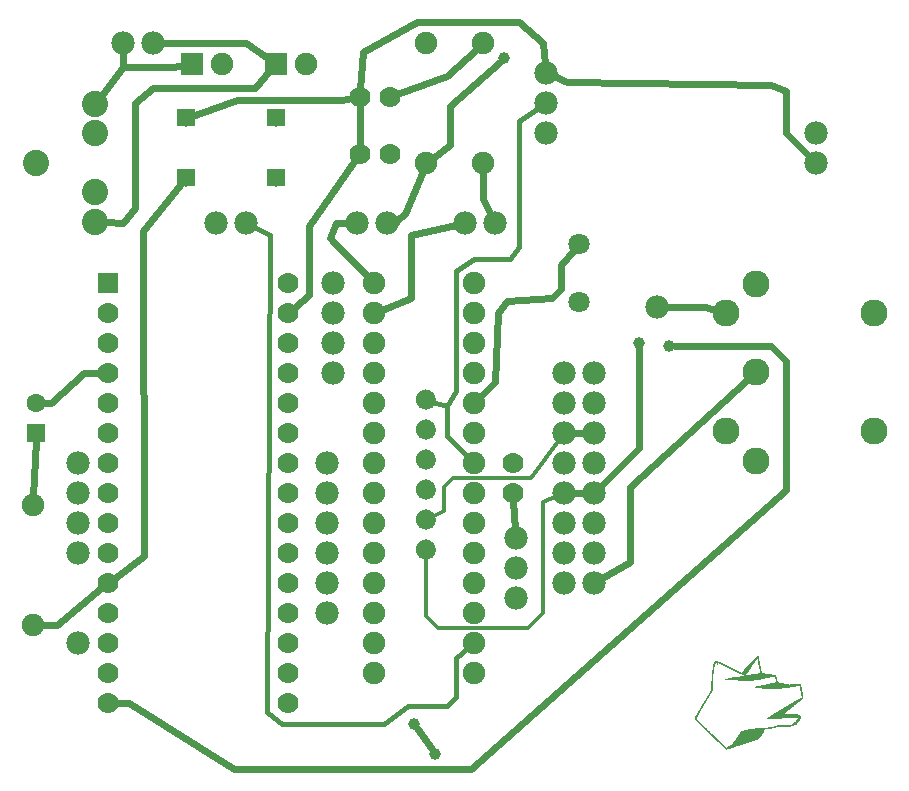
<source format=gbl>
G04 MADE WITH FRITZING*
G04 WWW.FRITZING.ORG*
G04 DOUBLE SIDED*
G04 HOLES PLATED*
G04 CONTOUR ON CENTER OF CONTOUR VECTOR*
%ASAXBY*%
%FSLAX23Y23*%
%MOIN*%
%OFA0B0*%
%SFA1.0B1.0*%
%ADD10C,0.065972*%
%ADD11C,0.075000*%
%ADD12C,0.039370*%
%ADD13C,0.078000*%
%ADD14C,0.070000*%
%ADD15C,0.062992*%
%ADD16C,0.090000*%
%ADD17C,0.059370*%
%ADD18C,0.087695*%
%ADD19C,0.087722*%
%ADD20C,0.070925*%
%ADD21C,0.070866*%
%ADD22R,0.062992X0.062992*%
%ADD23R,0.075000X0.075000*%
%ADD24R,0.069972X0.070000*%
%ADD25C,0.016000*%
%ADD26C,0.012000*%
%ADD27C,0.024000*%
%ADD28R,0.001000X0.001000*%
%LNCOPPER0*%
G90*
G70*
G54D10*
X1484Y792D03*
X1484Y892D03*
X1484Y992D03*
X1484Y1092D03*
X1484Y1192D03*
X1484Y1292D03*
X1484Y792D03*
X1484Y892D03*
X1484Y992D03*
X1484Y1092D03*
X1484Y1192D03*
X1484Y1292D03*
G54D11*
X1644Y382D03*
X1644Y482D03*
X1644Y582D03*
X1644Y682D03*
X1644Y782D03*
X1644Y882D03*
X1644Y982D03*
X1644Y1082D03*
X1644Y1182D03*
X1644Y1282D03*
X1644Y1382D03*
X1644Y1482D03*
X1644Y1582D03*
X1312Y1682D03*
X1312Y1582D03*
X1312Y1482D03*
X1312Y1382D03*
X1312Y1282D03*
X1312Y1182D03*
X1312Y1082D03*
X1312Y982D03*
X1312Y882D03*
X1312Y782D03*
X1312Y682D03*
X1312Y582D03*
X1312Y482D03*
X1312Y382D03*
X1644Y1682D03*
G54D12*
X2194Y1482D03*
X1514Y112D03*
X1444Y212D03*
X1744Y2432D03*
X2294Y1472D03*
G54D13*
X1714Y1882D03*
X1614Y1882D03*
X1354Y1882D03*
X1254Y1882D03*
X884Y1882D03*
X784Y1882D03*
X1154Y1082D03*
X1154Y982D03*
X1154Y882D03*
X1154Y782D03*
X1154Y682D03*
X1154Y582D03*
X324Y1082D03*
X324Y982D03*
X324Y882D03*
X324Y782D03*
X1174Y1682D03*
X1174Y1582D03*
X1174Y1482D03*
X1174Y1382D03*
G54D14*
X1774Y1082D03*
X1774Y982D03*
G54D15*
X184Y1182D03*
X184Y1280D03*
G54D11*
X174Y942D03*
X174Y542D03*
G54D13*
X1884Y2382D03*
X1884Y2282D03*
X1884Y2182D03*
X2254Y1602D03*
X1784Y632D03*
X1784Y732D03*
X1784Y832D03*
X324Y482D03*
X475Y2482D03*
X575Y2482D03*
X2784Y2082D03*
X2784Y2182D03*
X1944Y1382D03*
X1944Y1282D03*
X1944Y1182D03*
X1944Y1082D03*
X1944Y982D03*
X1944Y882D03*
X1944Y782D03*
X1944Y682D03*
X2044Y682D03*
X2044Y782D03*
X2044Y882D03*
X2044Y982D03*
X2044Y1082D03*
X2044Y1182D03*
X2044Y1282D03*
X2044Y1382D03*
G54D16*
X2584Y1385D03*
X2584Y1679D03*
X2584Y1088D03*
X2485Y1188D03*
X2484Y1582D03*
X2977Y1188D03*
X2977Y1582D03*
G54D14*
X1264Y2112D03*
X1364Y2112D03*
X1264Y2302D03*
X1364Y2302D03*
G54D17*
X684Y2232D03*
X984Y2232D03*
X684Y2032D03*
X984Y2032D03*
G54D18*
X184Y2082D03*
G54D19*
X381Y2279D03*
X381Y2180D03*
G54D18*
X381Y1984D03*
G54D19*
X381Y1885D03*
G54D11*
X1484Y2482D03*
X1484Y2082D03*
X1674Y2482D03*
X1674Y2082D03*
X984Y2412D03*
X1084Y2412D03*
X704Y2412D03*
X804Y2412D03*
G54D14*
X424Y1682D03*
X424Y1582D03*
X424Y1482D03*
X424Y1382D03*
X424Y1282D03*
X424Y1182D03*
X424Y1082D03*
X424Y982D03*
X424Y882D03*
X424Y782D03*
X424Y682D03*
X424Y582D03*
X424Y482D03*
X424Y382D03*
X424Y282D03*
X1024Y1682D03*
X1024Y1582D03*
X1024Y1482D03*
X1024Y1382D03*
X1024Y1282D03*
X1024Y1182D03*
X1024Y1082D03*
X1024Y982D03*
X1024Y882D03*
X1024Y782D03*
X1024Y682D03*
X1024Y582D03*
X1024Y482D03*
X1024Y382D03*
X1024Y282D03*
G54D20*
X1994Y1812D03*
G54D21*
X1994Y1619D03*
G54D22*
X184Y1182D03*
G54D23*
X984Y2412D03*
X704Y2412D03*
G54D24*
X424Y1682D03*
G54D25*
X955Y251D02*
X964Y1842D01*
D02*
X1005Y212D02*
X955Y251D01*
D02*
X964Y1842D02*
X906Y1871D01*
D02*
X1345Y212D02*
X1005Y212D01*
D02*
X1424Y272D02*
X1345Y212D01*
D02*
X1554Y272D02*
X1424Y272D01*
D02*
X1584Y302D02*
X1554Y272D01*
D02*
X1584Y432D02*
X1584Y302D01*
D02*
X1627Y468D02*
X1584Y432D01*
D02*
X1554Y1272D02*
X1505Y1286D01*
G54D26*
D02*
X1524Y532D02*
X1484Y573D01*
D02*
X1874Y582D02*
X1824Y532D01*
D02*
X1824Y532D02*
X1524Y532D01*
D02*
X1875Y951D02*
X1874Y582D01*
D02*
X1484Y573D02*
X1484Y771D01*
D02*
X1922Y972D02*
X1875Y951D01*
G54D27*
D02*
X1975Y982D02*
X2014Y982D01*
G54D26*
D02*
X1835Y1033D02*
X1575Y1031D01*
D02*
X1545Y1002D02*
X1544Y922D01*
D02*
X1544Y922D02*
X1503Y902D01*
D02*
X1575Y1031D02*
X1545Y1002D01*
D02*
X1930Y1162D02*
X1835Y1033D01*
G54D27*
D02*
X1975Y1182D02*
X2014Y1182D01*
D02*
X884Y2482D02*
X605Y2482D01*
D02*
X961Y2428D02*
X884Y2482D01*
D02*
X475Y2402D02*
X475Y2452D01*
D02*
X404Y2309D02*
X475Y2402D01*
G54D25*
D02*
X1555Y1173D02*
X1629Y1098D01*
D02*
X1554Y1272D02*
X1555Y1173D01*
D02*
X1584Y1322D02*
X1554Y1272D01*
D02*
X1585Y1721D02*
X1584Y1322D01*
D02*
X1765Y1762D02*
X1645Y1762D01*
D02*
X1645Y1762D02*
X1585Y1721D01*
D02*
X1794Y1802D02*
X1765Y1762D01*
D02*
X1794Y2142D02*
X1794Y1802D01*
D02*
X1795Y2223D02*
X1794Y2142D01*
D02*
X1864Y2268D02*
X1795Y2223D01*
G54D27*
D02*
X644Y2402D02*
X676Y2407D01*
D02*
X475Y2402D02*
X644Y2402D01*
D02*
X1338Y1593D02*
X1436Y1633D01*
D02*
X1434Y1841D02*
X1585Y1875D01*
D02*
X1436Y1633D02*
X1434Y1841D01*
D02*
X1674Y1962D02*
X1674Y2053D01*
D02*
X1701Y1909D02*
X1674Y1962D01*
D02*
X1715Y1352D02*
X1664Y1302D01*
D02*
X1724Y1582D02*
X1715Y1352D01*
D02*
X1934Y1661D02*
X1905Y1631D01*
D02*
X1905Y1631D02*
X1754Y1622D01*
D02*
X1935Y1742D02*
X1934Y1661D01*
D02*
X1754Y1622D02*
X1724Y1582D01*
D02*
X1977Y1792D02*
X1935Y1742D01*
D02*
X2194Y1463D02*
X2194Y1133D01*
D02*
X2194Y1133D02*
X2066Y1003D01*
D02*
X1264Y2276D02*
X1264Y2138D01*
D02*
X1047Y1601D02*
X1094Y1642D01*
D02*
X1164Y1973D02*
X1249Y2091D01*
D02*
X1095Y1872D02*
X1164Y1973D01*
D02*
X1094Y1642D02*
X1095Y1872D01*
D02*
X713Y2242D02*
X854Y2292D01*
D02*
X1205Y2292D02*
X1238Y2298D01*
D02*
X854Y2292D02*
X1205Y2292D01*
D02*
X1875Y2482D02*
X1795Y2552D01*
D02*
X1882Y2412D02*
X1875Y2482D01*
D02*
X1795Y2552D02*
X1596Y2552D01*
X1596Y2552D02*
X1454Y2552D01*
D02*
X1454Y2552D02*
X1275Y2453D01*
D02*
X1275Y2453D02*
X1266Y2328D01*
D02*
X1955Y2352D02*
X1912Y2370D01*
D02*
X2634Y2341D02*
X1955Y2352D01*
D02*
X2685Y2182D02*
X2685Y2323D01*
D02*
X2685Y2323D02*
X2634Y2341D01*
D02*
X2763Y2103D02*
X2685Y2182D01*
D02*
X2070Y697D02*
X2164Y753D01*
D02*
X2164Y753D02*
X2164Y1003D01*
D02*
X2164Y1003D02*
X2555Y1359D01*
D02*
X254Y542D02*
X402Y664D01*
D02*
X203Y542D02*
X254Y542D01*
D02*
X665Y2008D02*
X540Y1856D01*
X540Y1856D02*
X544Y772D01*
D02*
X544Y772D02*
X448Y699D01*
D02*
X1504Y128D02*
X1455Y197D01*
D02*
X1164Y1832D02*
X1292Y1702D01*
D02*
X1184Y1881D02*
X1164Y1832D01*
D02*
X1224Y1882D02*
X1184Y1881D01*
D02*
X1375Y1883D02*
X1385Y1883D01*
D02*
X1414Y1912D02*
X1375Y1883D01*
D02*
X1474Y2056D02*
X1414Y1912D01*
D02*
X1564Y2143D02*
X1507Y2099D01*
D02*
X1565Y2272D02*
X1564Y2143D01*
D02*
X1730Y2419D02*
X1565Y2272D01*
D02*
X494Y282D02*
X845Y63D01*
D02*
X454Y282D02*
X494Y282D01*
D02*
X845Y63D02*
X1634Y63D01*
D02*
X1634Y63D02*
X2685Y991D01*
D02*
X2685Y1421D02*
X2634Y1472D01*
D02*
X2685Y991D02*
X2685Y1421D01*
D02*
X2634Y1472D02*
X2313Y1472D01*
D02*
X1776Y956D02*
X1782Y862D01*
D02*
X2415Y1602D02*
X2285Y1602D01*
D02*
X2447Y1593D02*
X2415Y1602D01*
D02*
X235Y1282D02*
X345Y1382D01*
D02*
X345Y1382D02*
X395Y1382D01*
D02*
X211Y1281D02*
X235Y1282D01*
D02*
X176Y971D02*
X183Y1155D01*
D02*
X475Y1882D02*
X419Y1884D01*
D02*
X514Y1932D02*
X475Y1882D01*
D02*
X515Y2283D02*
X514Y1932D01*
D02*
X574Y2332D02*
X515Y2283D01*
D02*
X914Y2332D02*
X574Y2332D01*
D02*
X965Y2391D02*
X914Y2332D01*
D02*
X1389Y2311D02*
X1555Y2372D01*
D02*
X1555Y2372D02*
X1653Y2463D01*
G54D28*
X655Y2262D02*
X713Y2262D01*
X955Y2262D02*
X1013Y2262D01*
X655Y2261D02*
X713Y2261D01*
X955Y2261D02*
X1013Y2261D01*
X655Y2260D02*
X713Y2260D01*
X955Y2260D02*
X1013Y2260D01*
X655Y2259D02*
X713Y2259D01*
X955Y2259D02*
X1013Y2259D01*
X655Y2258D02*
X713Y2258D01*
X955Y2258D02*
X1013Y2258D01*
X655Y2257D02*
X713Y2257D01*
X955Y2257D02*
X1013Y2257D01*
X655Y2256D02*
X713Y2256D01*
X955Y2256D02*
X1013Y2256D01*
X655Y2255D02*
X713Y2255D01*
X955Y2255D02*
X1013Y2255D01*
X655Y2254D02*
X713Y2254D01*
X955Y2254D02*
X1013Y2254D01*
X655Y2253D02*
X713Y2253D01*
X955Y2253D02*
X1013Y2253D01*
X655Y2252D02*
X679Y2252D01*
X689Y2252D02*
X713Y2252D01*
X955Y2252D02*
X979Y2252D01*
X989Y2252D02*
X1013Y2252D01*
X655Y2251D02*
X676Y2251D01*
X692Y2251D02*
X713Y2251D01*
X955Y2251D02*
X976Y2251D01*
X992Y2251D02*
X1013Y2251D01*
X655Y2250D02*
X674Y2250D01*
X694Y2250D02*
X713Y2250D01*
X955Y2250D02*
X974Y2250D01*
X994Y2250D02*
X1013Y2250D01*
X655Y2249D02*
X672Y2249D01*
X695Y2249D02*
X713Y2249D01*
X955Y2249D02*
X972Y2249D01*
X995Y2249D02*
X1013Y2249D01*
X655Y2248D02*
X671Y2248D01*
X697Y2248D02*
X713Y2248D01*
X955Y2248D02*
X971Y2248D01*
X997Y2248D02*
X1013Y2248D01*
X655Y2247D02*
X670Y2247D01*
X698Y2247D02*
X713Y2247D01*
X955Y2247D02*
X970Y2247D01*
X998Y2247D02*
X1013Y2247D01*
X655Y2246D02*
X669Y2246D01*
X699Y2246D02*
X713Y2246D01*
X955Y2246D02*
X969Y2246D01*
X999Y2246D02*
X1013Y2246D01*
X655Y2245D02*
X668Y2245D01*
X700Y2245D02*
X713Y2245D01*
X955Y2245D02*
X968Y2245D01*
X1000Y2245D02*
X1013Y2245D01*
X655Y2244D02*
X667Y2244D01*
X700Y2244D02*
X713Y2244D01*
X955Y2244D02*
X967Y2244D01*
X1000Y2244D02*
X1013Y2244D01*
X655Y2243D02*
X667Y2243D01*
X701Y2243D02*
X713Y2243D01*
X955Y2243D02*
X966Y2243D01*
X1001Y2243D02*
X1013Y2243D01*
X655Y2242D02*
X666Y2242D01*
X702Y2242D02*
X713Y2242D01*
X955Y2242D02*
X966Y2242D01*
X1002Y2242D02*
X1013Y2242D01*
X655Y2241D02*
X665Y2241D01*
X702Y2241D02*
X713Y2241D01*
X955Y2241D02*
X965Y2241D01*
X1002Y2241D02*
X1013Y2241D01*
X655Y2240D02*
X665Y2240D01*
X703Y2240D02*
X713Y2240D01*
X955Y2240D02*
X965Y2240D01*
X1003Y2240D02*
X1013Y2240D01*
X655Y2239D02*
X665Y2239D01*
X703Y2239D02*
X713Y2239D01*
X955Y2239D02*
X965Y2239D01*
X1003Y2239D02*
X1013Y2239D01*
X655Y2238D02*
X664Y2238D01*
X703Y2238D02*
X713Y2238D01*
X955Y2238D02*
X964Y2238D01*
X1003Y2238D02*
X1013Y2238D01*
X655Y2237D02*
X664Y2237D01*
X703Y2237D02*
X713Y2237D01*
X955Y2237D02*
X964Y2237D01*
X1003Y2237D02*
X1013Y2237D01*
X655Y2236D02*
X664Y2236D01*
X704Y2236D02*
X713Y2236D01*
X955Y2236D02*
X964Y2236D01*
X1004Y2236D02*
X1013Y2236D01*
X655Y2235D02*
X664Y2235D01*
X704Y2235D02*
X713Y2235D01*
X955Y2235D02*
X964Y2235D01*
X1004Y2235D02*
X1013Y2235D01*
X655Y2234D02*
X664Y2234D01*
X704Y2234D02*
X713Y2234D01*
X955Y2234D02*
X964Y2234D01*
X1004Y2234D02*
X1013Y2234D01*
X655Y2233D02*
X664Y2233D01*
X704Y2233D02*
X713Y2233D01*
X955Y2233D02*
X964Y2233D01*
X1004Y2233D02*
X1013Y2233D01*
X655Y2232D02*
X664Y2232D01*
X704Y2232D02*
X713Y2232D01*
X955Y2232D02*
X964Y2232D01*
X1004Y2232D02*
X1013Y2232D01*
X655Y2231D02*
X664Y2231D01*
X704Y2231D02*
X713Y2231D01*
X955Y2231D02*
X964Y2231D01*
X1004Y2231D02*
X1013Y2231D01*
X655Y2230D02*
X664Y2230D01*
X704Y2230D02*
X713Y2230D01*
X955Y2230D02*
X964Y2230D01*
X1004Y2230D02*
X1013Y2230D01*
X655Y2229D02*
X664Y2229D01*
X704Y2229D02*
X713Y2229D01*
X955Y2229D02*
X964Y2229D01*
X1003Y2229D02*
X1013Y2229D01*
X655Y2228D02*
X664Y2228D01*
X703Y2228D02*
X713Y2228D01*
X955Y2228D02*
X964Y2228D01*
X1003Y2228D02*
X1013Y2228D01*
X655Y2227D02*
X665Y2227D01*
X703Y2227D02*
X713Y2227D01*
X955Y2227D02*
X965Y2227D01*
X1003Y2227D02*
X1013Y2227D01*
X655Y2226D02*
X665Y2226D01*
X703Y2226D02*
X713Y2226D01*
X955Y2226D02*
X965Y2226D01*
X1003Y2226D02*
X1013Y2226D01*
X655Y2225D02*
X665Y2225D01*
X702Y2225D02*
X713Y2225D01*
X955Y2225D02*
X965Y2225D01*
X1002Y2225D02*
X1013Y2225D01*
X655Y2224D02*
X666Y2224D01*
X702Y2224D02*
X713Y2224D01*
X955Y2224D02*
X966Y2224D01*
X1002Y2224D02*
X1013Y2224D01*
X655Y2223D02*
X666Y2223D01*
X701Y2223D02*
X713Y2223D01*
X955Y2223D02*
X966Y2223D01*
X1001Y2223D02*
X1013Y2223D01*
X655Y2222D02*
X667Y2222D01*
X701Y2222D02*
X713Y2222D01*
X955Y2222D02*
X967Y2222D01*
X1001Y2222D02*
X1013Y2222D01*
X655Y2221D02*
X668Y2221D01*
X700Y2221D02*
X713Y2221D01*
X955Y2221D02*
X968Y2221D01*
X1000Y2221D02*
X1013Y2221D01*
X655Y2220D02*
X668Y2220D01*
X699Y2220D02*
X713Y2220D01*
X955Y2220D02*
X968Y2220D01*
X999Y2220D02*
X1013Y2220D01*
X655Y2219D02*
X669Y2219D01*
X698Y2219D02*
X713Y2219D01*
X955Y2219D02*
X969Y2219D01*
X998Y2219D02*
X1013Y2219D01*
X655Y2218D02*
X670Y2218D01*
X697Y2218D02*
X713Y2218D01*
X955Y2218D02*
X970Y2218D01*
X997Y2218D02*
X1013Y2218D01*
X655Y2217D02*
X672Y2217D01*
X696Y2217D02*
X713Y2217D01*
X955Y2217D02*
X972Y2217D01*
X996Y2217D02*
X1013Y2217D01*
X655Y2216D02*
X673Y2216D01*
X694Y2216D02*
X713Y2216D01*
X955Y2216D02*
X973Y2216D01*
X994Y2216D02*
X1013Y2216D01*
X655Y2215D02*
X675Y2215D01*
X693Y2215D02*
X713Y2215D01*
X955Y2215D02*
X975Y2215D01*
X992Y2215D02*
X1013Y2215D01*
X655Y2214D02*
X678Y2214D01*
X690Y2214D02*
X713Y2214D01*
X955Y2214D02*
X978Y2214D01*
X990Y2214D02*
X1013Y2214D01*
X655Y2213D02*
X713Y2213D01*
X955Y2213D02*
X1013Y2213D01*
X655Y2212D02*
X713Y2212D01*
X955Y2212D02*
X1013Y2212D01*
X655Y2211D02*
X713Y2211D01*
X955Y2211D02*
X1013Y2211D01*
X655Y2210D02*
X713Y2210D01*
X955Y2210D02*
X1013Y2210D01*
X655Y2209D02*
X713Y2209D01*
X955Y2209D02*
X1013Y2209D01*
X655Y2208D02*
X713Y2208D01*
X955Y2208D02*
X1013Y2208D01*
X655Y2207D02*
X713Y2207D01*
X955Y2207D02*
X1013Y2207D01*
X655Y2206D02*
X713Y2206D01*
X955Y2206D02*
X1013Y2206D01*
X655Y2205D02*
X713Y2205D01*
X955Y2205D02*
X1013Y2205D01*
X655Y2204D02*
X713Y2204D01*
X955Y2204D02*
X1013Y2204D01*
X655Y2062D02*
X713Y2062D01*
X955Y2062D02*
X1013Y2062D01*
X655Y2061D02*
X713Y2061D01*
X955Y2061D02*
X1013Y2061D01*
X655Y2060D02*
X713Y2060D01*
X955Y2060D02*
X1013Y2060D01*
X655Y2059D02*
X713Y2059D01*
X955Y2059D02*
X1013Y2059D01*
X655Y2058D02*
X713Y2058D01*
X955Y2058D02*
X1013Y2058D01*
X655Y2057D02*
X713Y2057D01*
X955Y2057D02*
X1013Y2057D01*
X655Y2056D02*
X713Y2056D01*
X955Y2056D02*
X1013Y2056D01*
X655Y2055D02*
X713Y2055D01*
X955Y2055D02*
X1013Y2055D01*
X655Y2054D02*
X713Y2054D01*
X955Y2054D02*
X1013Y2054D01*
X655Y2053D02*
X713Y2053D01*
X955Y2053D02*
X1013Y2053D01*
X655Y2052D02*
X679Y2052D01*
X689Y2052D02*
X713Y2052D01*
X955Y2052D02*
X979Y2052D01*
X989Y2052D02*
X1013Y2052D01*
X655Y2051D02*
X676Y2051D01*
X692Y2051D02*
X713Y2051D01*
X955Y2051D02*
X976Y2051D01*
X992Y2051D02*
X1013Y2051D01*
X655Y2050D02*
X674Y2050D01*
X694Y2050D02*
X713Y2050D01*
X955Y2050D02*
X974Y2050D01*
X994Y2050D02*
X1013Y2050D01*
X655Y2049D02*
X672Y2049D01*
X696Y2049D02*
X713Y2049D01*
X955Y2049D02*
X972Y2049D01*
X995Y2049D02*
X1013Y2049D01*
X655Y2048D02*
X671Y2048D01*
X697Y2048D02*
X713Y2048D01*
X955Y2048D02*
X971Y2048D01*
X997Y2048D02*
X1013Y2048D01*
X655Y2047D02*
X670Y2047D01*
X698Y2047D02*
X713Y2047D01*
X955Y2047D02*
X970Y2047D01*
X998Y2047D02*
X1013Y2047D01*
X655Y2046D02*
X669Y2046D01*
X699Y2046D02*
X713Y2046D01*
X955Y2046D02*
X969Y2046D01*
X999Y2046D02*
X1013Y2046D01*
X655Y2045D02*
X668Y2045D01*
X700Y2045D02*
X713Y2045D01*
X955Y2045D02*
X968Y2045D01*
X1000Y2045D02*
X1013Y2045D01*
X655Y2044D02*
X667Y2044D01*
X700Y2044D02*
X713Y2044D01*
X955Y2044D02*
X967Y2044D01*
X1000Y2044D02*
X1013Y2044D01*
X655Y2043D02*
X666Y2043D01*
X701Y2043D02*
X713Y2043D01*
X955Y2043D02*
X966Y2043D01*
X1001Y2043D02*
X1013Y2043D01*
X655Y2042D02*
X666Y2042D01*
X702Y2042D02*
X713Y2042D01*
X955Y2042D02*
X966Y2042D01*
X1002Y2042D02*
X1013Y2042D01*
X655Y2041D02*
X665Y2041D01*
X702Y2041D02*
X713Y2041D01*
X955Y2041D02*
X965Y2041D01*
X1002Y2041D02*
X1013Y2041D01*
X655Y2040D02*
X665Y2040D01*
X703Y2040D02*
X713Y2040D01*
X955Y2040D02*
X965Y2040D01*
X1003Y2040D02*
X1013Y2040D01*
X655Y2039D02*
X665Y2039D01*
X703Y2039D02*
X713Y2039D01*
X955Y2039D02*
X965Y2039D01*
X1003Y2039D02*
X1013Y2039D01*
X655Y2038D02*
X664Y2038D01*
X703Y2038D02*
X713Y2038D01*
X955Y2038D02*
X964Y2038D01*
X1003Y2038D02*
X1013Y2038D01*
X655Y2037D02*
X664Y2037D01*
X703Y2037D02*
X713Y2037D01*
X955Y2037D02*
X964Y2037D01*
X1003Y2037D02*
X1013Y2037D01*
X655Y2036D02*
X664Y2036D01*
X704Y2036D02*
X713Y2036D01*
X955Y2036D02*
X964Y2036D01*
X1004Y2036D02*
X1013Y2036D01*
X655Y2035D02*
X664Y2035D01*
X704Y2035D02*
X713Y2035D01*
X955Y2035D02*
X964Y2035D01*
X1004Y2035D02*
X1013Y2035D01*
X655Y2034D02*
X664Y2034D01*
X704Y2034D02*
X713Y2034D01*
X955Y2034D02*
X964Y2034D01*
X1004Y2034D02*
X1013Y2034D01*
X655Y2033D02*
X664Y2033D01*
X704Y2033D02*
X713Y2033D01*
X955Y2033D02*
X964Y2033D01*
X1004Y2033D02*
X1013Y2033D01*
X655Y2032D02*
X664Y2032D01*
X704Y2032D02*
X713Y2032D01*
X955Y2032D02*
X964Y2032D01*
X1004Y2032D02*
X1013Y2032D01*
X655Y2031D02*
X664Y2031D01*
X704Y2031D02*
X713Y2031D01*
X955Y2031D02*
X964Y2031D01*
X1004Y2031D02*
X1013Y2031D01*
X655Y2030D02*
X664Y2030D01*
X704Y2030D02*
X713Y2030D01*
X955Y2030D02*
X964Y2030D01*
X1004Y2030D02*
X1013Y2030D01*
X655Y2029D02*
X664Y2029D01*
X704Y2029D02*
X713Y2029D01*
X955Y2029D02*
X964Y2029D01*
X1003Y2029D02*
X1013Y2029D01*
X655Y2028D02*
X664Y2028D01*
X703Y2028D02*
X713Y2028D01*
X955Y2028D02*
X964Y2028D01*
X1003Y2028D02*
X1013Y2028D01*
X655Y2027D02*
X665Y2027D01*
X703Y2027D02*
X713Y2027D01*
X955Y2027D02*
X965Y2027D01*
X1003Y2027D02*
X1013Y2027D01*
X655Y2026D02*
X665Y2026D01*
X703Y2026D02*
X713Y2026D01*
X955Y2026D02*
X965Y2026D01*
X1003Y2026D02*
X1013Y2026D01*
X655Y2025D02*
X665Y2025D01*
X702Y2025D02*
X713Y2025D01*
X955Y2025D02*
X965Y2025D01*
X1002Y2025D02*
X1013Y2025D01*
X655Y2024D02*
X666Y2024D01*
X702Y2024D02*
X713Y2024D01*
X955Y2024D02*
X966Y2024D01*
X1002Y2024D02*
X1013Y2024D01*
X655Y2023D02*
X666Y2023D01*
X701Y2023D02*
X713Y2023D01*
X955Y2023D02*
X966Y2023D01*
X1001Y2023D02*
X1013Y2023D01*
X655Y2022D02*
X667Y2022D01*
X701Y2022D02*
X713Y2022D01*
X955Y2022D02*
X967Y2022D01*
X1001Y2022D02*
X1013Y2022D01*
X655Y2021D02*
X668Y2021D01*
X700Y2021D02*
X713Y2021D01*
X955Y2021D02*
X968Y2021D01*
X1000Y2021D02*
X1013Y2021D01*
X655Y2020D02*
X669Y2020D01*
X699Y2020D02*
X713Y2020D01*
X955Y2020D02*
X968Y2020D01*
X999Y2020D02*
X1013Y2020D01*
X655Y2019D02*
X669Y2019D01*
X698Y2019D02*
X713Y2019D01*
X955Y2019D02*
X969Y2019D01*
X998Y2019D02*
X1013Y2019D01*
X655Y2018D02*
X671Y2018D01*
X697Y2018D02*
X713Y2018D01*
X955Y2018D02*
X970Y2018D01*
X997Y2018D02*
X1013Y2018D01*
X655Y2017D02*
X672Y2017D01*
X696Y2017D02*
X713Y2017D01*
X955Y2017D02*
X972Y2017D01*
X996Y2017D02*
X1013Y2017D01*
X655Y2016D02*
X673Y2016D01*
X694Y2016D02*
X713Y2016D01*
X955Y2016D02*
X973Y2016D01*
X994Y2016D02*
X1013Y2016D01*
X655Y2015D02*
X675Y2015D01*
X692Y2015D02*
X713Y2015D01*
X955Y2015D02*
X975Y2015D01*
X992Y2015D02*
X1013Y2015D01*
X655Y2014D02*
X678Y2014D01*
X689Y2014D02*
X713Y2014D01*
X955Y2014D02*
X978Y2014D01*
X989Y2014D02*
X1013Y2014D01*
X655Y2013D02*
X713Y2013D01*
X955Y2013D02*
X1013Y2013D01*
X655Y2012D02*
X713Y2012D01*
X955Y2012D02*
X1013Y2012D01*
X655Y2011D02*
X713Y2011D01*
X955Y2011D02*
X1013Y2011D01*
X655Y2010D02*
X713Y2010D01*
X955Y2010D02*
X1013Y2010D01*
X655Y2009D02*
X713Y2009D01*
X955Y2009D02*
X1013Y2009D01*
X655Y2008D02*
X713Y2008D01*
X955Y2008D02*
X1013Y2008D01*
X655Y2007D02*
X713Y2007D01*
X955Y2007D02*
X1013Y2007D01*
X655Y2006D02*
X713Y2006D01*
X955Y2006D02*
X1013Y2006D01*
X655Y2005D02*
X713Y2005D01*
X955Y2005D02*
X1013Y2005D01*
X655Y2004D02*
X713Y2004D01*
X955Y2004D02*
X1013Y2004D01*
X1482Y1326D02*
X1485Y1326D01*
X1476Y1325D02*
X1491Y1325D01*
X1473Y1324D02*
X1494Y1324D01*
X1471Y1323D02*
X1497Y1323D01*
X1468Y1322D02*
X1499Y1322D01*
X1467Y1321D02*
X1500Y1321D01*
X1465Y1320D02*
X1502Y1320D01*
X1464Y1319D02*
X1503Y1319D01*
X1463Y1318D02*
X1505Y1318D01*
X1461Y1317D02*
X1506Y1317D01*
X1460Y1316D02*
X1507Y1316D01*
X1459Y1315D02*
X1508Y1315D01*
X1459Y1314D02*
X1509Y1314D01*
X1458Y1313D02*
X1509Y1313D01*
X1457Y1312D02*
X1510Y1312D01*
X1457Y1311D02*
X1511Y1311D01*
X1456Y1310D02*
X1511Y1310D01*
X1455Y1309D02*
X1512Y1309D01*
X1455Y1308D02*
X1478Y1308D01*
X1489Y1308D02*
X1512Y1308D01*
X1454Y1307D02*
X1476Y1307D01*
X1491Y1307D02*
X1513Y1307D01*
X1454Y1306D02*
X1474Y1306D01*
X1493Y1306D02*
X1513Y1306D01*
X1454Y1305D02*
X1473Y1305D01*
X1494Y1305D02*
X1514Y1305D01*
X1453Y1304D02*
X1472Y1304D01*
X1495Y1304D02*
X1514Y1304D01*
X1453Y1303D02*
X1471Y1303D01*
X1496Y1303D02*
X1514Y1303D01*
X1453Y1302D02*
X1470Y1302D01*
X1497Y1302D02*
X1515Y1302D01*
X1452Y1301D02*
X1470Y1301D01*
X1498Y1301D02*
X1515Y1301D01*
X1452Y1300D02*
X1469Y1300D01*
X1498Y1300D02*
X1515Y1300D01*
X1452Y1299D02*
X1468Y1299D01*
X1499Y1299D02*
X1515Y1299D01*
X1452Y1298D02*
X1468Y1298D01*
X1499Y1298D02*
X1516Y1298D01*
X1451Y1297D02*
X1468Y1297D01*
X1499Y1297D02*
X1516Y1297D01*
X1451Y1296D02*
X1468Y1296D01*
X1500Y1296D02*
X1516Y1296D01*
X1451Y1295D02*
X1468Y1295D01*
X1500Y1295D02*
X1516Y1295D01*
X1451Y1294D02*
X1468Y1294D01*
X1500Y1294D02*
X1516Y1294D01*
X1451Y1293D02*
X1468Y1293D01*
X1500Y1293D02*
X1516Y1293D01*
X1451Y1292D02*
X1468Y1292D01*
X1500Y1292D02*
X1516Y1292D01*
X1451Y1291D02*
X1468Y1291D01*
X1500Y1291D02*
X1516Y1291D01*
X1451Y1290D02*
X1468Y1290D01*
X1499Y1290D02*
X1516Y1290D01*
X1451Y1289D02*
X1468Y1289D01*
X1499Y1289D02*
X1516Y1289D01*
X1452Y1288D02*
X1468Y1288D01*
X1499Y1288D02*
X1516Y1288D01*
X1452Y1287D02*
X1469Y1287D01*
X1499Y1287D02*
X1515Y1287D01*
X1452Y1286D02*
X1469Y1286D01*
X1498Y1286D02*
X1515Y1286D01*
X1452Y1285D02*
X1470Y1285D01*
X1498Y1285D02*
X1515Y1285D01*
X1453Y1284D02*
X1470Y1284D01*
X1497Y1284D02*
X1515Y1284D01*
X1453Y1283D02*
X1471Y1283D01*
X1496Y1283D02*
X1514Y1283D01*
X1453Y1282D02*
X1472Y1282D01*
X1495Y1282D02*
X1514Y1282D01*
X1454Y1281D02*
X1473Y1281D01*
X1494Y1281D02*
X1514Y1281D01*
X1454Y1280D02*
X1475Y1280D01*
X1493Y1280D02*
X1513Y1280D01*
X1455Y1279D02*
X1476Y1279D01*
X1491Y1279D02*
X1513Y1279D01*
X1455Y1278D02*
X1479Y1278D01*
X1488Y1278D02*
X1512Y1278D01*
X1456Y1277D02*
X1512Y1277D01*
X1456Y1276D02*
X1511Y1276D01*
X1457Y1275D02*
X1511Y1275D01*
X1457Y1274D02*
X1510Y1274D01*
X1458Y1273D02*
X1509Y1273D01*
X1459Y1272D02*
X1508Y1272D01*
X1460Y1271D02*
X1508Y1271D01*
X1461Y1270D02*
X1507Y1270D01*
X1462Y1269D02*
X1506Y1269D01*
X1463Y1268D02*
X1504Y1268D01*
X1464Y1267D02*
X1503Y1267D01*
X1466Y1266D02*
X1502Y1266D01*
X1467Y1265D02*
X1500Y1265D01*
X1469Y1264D02*
X1498Y1264D01*
X1471Y1263D02*
X1496Y1263D01*
X1474Y1262D02*
X1493Y1262D01*
X1477Y1261D02*
X1490Y1261D01*
X1481Y1226D02*
X1486Y1226D01*
X1476Y1225D02*
X1491Y1225D01*
X1473Y1224D02*
X1494Y1224D01*
X1471Y1223D02*
X1497Y1223D01*
X1468Y1222D02*
X1499Y1222D01*
X1467Y1221D02*
X1501Y1221D01*
X1465Y1220D02*
X1502Y1220D01*
X1464Y1219D02*
X1504Y1219D01*
X1462Y1218D02*
X1505Y1218D01*
X1461Y1217D02*
X1506Y1217D01*
X1460Y1216D02*
X1507Y1216D01*
X1459Y1215D02*
X1508Y1215D01*
X1459Y1214D02*
X1509Y1214D01*
X1458Y1213D02*
X1509Y1213D01*
X1457Y1212D02*
X1510Y1212D01*
X1457Y1211D02*
X1511Y1211D01*
X1456Y1210D02*
X1511Y1210D01*
X1455Y1209D02*
X1512Y1209D01*
X1455Y1208D02*
X1478Y1208D01*
X1489Y1208D02*
X1512Y1208D01*
X1454Y1207D02*
X1476Y1207D01*
X1492Y1207D02*
X1513Y1207D01*
X1454Y1206D02*
X1474Y1206D01*
X1493Y1206D02*
X1513Y1206D01*
X1454Y1205D02*
X1473Y1205D01*
X1494Y1205D02*
X1514Y1205D01*
X1453Y1204D02*
X1472Y1204D01*
X1495Y1204D02*
X1514Y1204D01*
X1453Y1203D02*
X1471Y1203D01*
X1496Y1203D02*
X1514Y1203D01*
X1453Y1202D02*
X1470Y1202D01*
X1497Y1202D02*
X1515Y1202D01*
X1452Y1201D02*
X1470Y1201D01*
X1498Y1201D02*
X1515Y1201D01*
X1452Y1200D02*
X1469Y1200D01*
X1498Y1200D02*
X1515Y1200D01*
X1452Y1199D02*
X1468Y1199D01*
X1499Y1199D02*
X1515Y1199D01*
X1452Y1198D02*
X1468Y1198D01*
X1499Y1198D02*
X1516Y1198D01*
X1451Y1197D02*
X1468Y1197D01*
X1499Y1197D02*
X1516Y1197D01*
X1451Y1196D02*
X1468Y1196D01*
X1500Y1196D02*
X1516Y1196D01*
X1451Y1195D02*
X1468Y1195D01*
X1500Y1195D02*
X1516Y1195D01*
X1451Y1194D02*
X1468Y1194D01*
X1500Y1194D02*
X1516Y1194D01*
X1451Y1193D02*
X1468Y1193D01*
X1500Y1193D02*
X1516Y1193D01*
X1451Y1192D02*
X1468Y1192D01*
X1500Y1192D02*
X1516Y1192D01*
X1451Y1191D02*
X1468Y1191D01*
X1500Y1191D02*
X1516Y1191D01*
X1451Y1190D02*
X1468Y1190D01*
X1500Y1190D02*
X1516Y1190D01*
X1451Y1189D02*
X1468Y1189D01*
X1499Y1189D02*
X1516Y1189D01*
X1452Y1188D02*
X1468Y1188D01*
X1499Y1188D02*
X1516Y1188D01*
X1452Y1187D02*
X1469Y1187D01*
X1499Y1187D02*
X1515Y1187D01*
X1452Y1186D02*
X1469Y1186D01*
X1498Y1186D02*
X1515Y1186D01*
X1452Y1185D02*
X1470Y1185D01*
X1498Y1185D02*
X1515Y1185D01*
X1453Y1184D02*
X1470Y1184D01*
X1497Y1184D02*
X1515Y1184D01*
X1453Y1183D02*
X1471Y1183D01*
X1496Y1183D02*
X1514Y1183D01*
X1453Y1182D02*
X1472Y1182D01*
X1495Y1182D02*
X1514Y1182D01*
X1454Y1181D02*
X1473Y1181D01*
X1494Y1181D02*
X1514Y1181D01*
X1454Y1180D02*
X1475Y1180D01*
X1493Y1180D02*
X1513Y1180D01*
X1455Y1179D02*
X1476Y1179D01*
X1491Y1179D02*
X1513Y1179D01*
X1455Y1178D02*
X1479Y1178D01*
X1488Y1178D02*
X1512Y1178D01*
X1456Y1177D02*
X1512Y1177D01*
X1456Y1176D02*
X1511Y1176D01*
X1457Y1175D02*
X1511Y1175D01*
X1457Y1174D02*
X1510Y1174D01*
X1458Y1173D02*
X1509Y1173D01*
X1459Y1172D02*
X1508Y1172D01*
X1460Y1171D02*
X1507Y1171D01*
X1461Y1170D02*
X1507Y1170D01*
X1462Y1169D02*
X1505Y1169D01*
X1463Y1168D02*
X1504Y1168D01*
X1464Y1167D02*
X1503Y1167D01*
X1466Y1166D02*
X1502Y1166D01*
X1467Y1165D02*
X1500Y1165D01*
X1469Y1164D02*
X1498Y1164D01*
X1471Y1163D02*
X1496Y1163D01*
X1474Y1162D02*
X1493Y1162D01*
X1477Y1161D02*
X1490Y1161D01*
X1481Y1126D02*
X1486Y1126D01*
X1476Y1125D02*
X1491Y1125D01*
X1473Y1124D02*
X1494Y1124D01*
X1470Y1123D02*
X1497Y1123D01*
X1468Y1122D02*
X1499Y1122D01*
X1467Y1121D02*
X1501Y1121D01*
X1465Y1120D02*
X1502Y1120D01*
X1464Y1119D02*
X1504Y1119D01*
X1462Y1118D02*
X1505Y1118D01*
X1461Y1117D02*
X1506Y1117D01*
X1460Y1116D02*
X1507Y1116D01*
X1459Y1115D02*
X1508Y1115D01*
X1459Y1114D02*
X1509Y1114D01*
X1458Y1113D02*
X1509Y1113D01*
X1457Y1112D02*
X1510Y1112D01*
X1457Y1111D02*
X1511Y1111D01*
X1456Y1110D02*
X1511Y1110D01*
X1455Y1109D02*
X1512Y1109D01*
X1455Y1108D02*
X1478Y1108D01*
X1489Y1108D02*
X1512Y1108D01*
X1454Y1107D02*
X1476Y1107D01*
X1492Y1107D02*
X1513Y1107D01*
X1454Y1106D02*
X1474Y1106D01*
X1493Y1106D02*
X1513Y1106D01*
X1454Y1105D02*
X1473Y1105D01*
X1494Y1105D02*
X1514Y1105D01*
X1453Y1104D02*
X1472Y1104D01*
X1495Y1104D02*
X1514Y1104D01*
X1453Y1103D02*
X1471Y1103D01*
X1496Y1103D02*
X1514Y1103D01*
X1452Y1102D02*
X1470Y1102D01*
X1497Y1102D02*
X1515Y1102D01*
X1452Y1101D02*
X1469Y1101D01*
X1498Y1101D02*
X1515Y1101D01*
X1452Y1100D02*
X1469Y1100D01*
X1498Y1100D02*
X1515Y1100D01*
X1452Y1099D02*
X1468Y1099D01*
X1499Y1099D02*
X1515Y1099D01*
X1452Y1098D02*
X1468Y1098D01*
X1499Y1098D02*
X1516Y1098D01*
X1451Y1097D02*
X1468Y1097D01*
X1499Y1097D02*
X1516Y1097D01*
X1451Y1096D02*
X1468Y1096D01*
X1500Y1096D02*
X1516Y1096D01*
X1451Y1095D02*
X1468Y1095D01*
X1500Y1095D02*
X1516Y1095D01*
X1451Y1094D02*
X1468Y1094D01*
X1500Y1094D02*
X1516Y1094D01*
X1451Y1093D02*
X1468Y1093D01*
X1500Y1093D02*
X1516Y1093D01*
X1451Y1092D02*
X1468Y1092D01*
X1500Y1092D02*
X1516Y1092D01*
X1451Y1091D02*
X1468Y1091D01*
X1500Y1091D02*
X1516Y1091D01*
X1451Y1090D02*
X1468Y1090D01*
X1499Y1090D02*
X1516Y1090D01*
X1452Y1089D02*
X1468Y1089D01*
X1499Y1089D02*
X1516Y1089D01*
X1452Y1088D02*
X1468Y1088D01*
X1499Y1088D02*
X1516Y1088D01*
X1452Y1087D02*
X1469Y1087D01*
X1499Y1087D02*
X1515Y1087D01*
X1452Y1086D02*
X1469Y1086D01*
X1498Y1086D02*
X1515Y1086D01*
X1452Y1085D02*
X1470Y1085D01*
X1497Y1085D02*
X1515Y1085D01*
X1453Y1084D02*
X1471Y1084D01*
X1497Y1084D02*
X1515Y1084D01*
X1453Y1083D02*
X1471Y1083D01*
X1496Y1083D02*
X1514Y1083D01*
X1453Y1082D02*
X1472Y1082D01*
X1495Y1082D02*
X1514Y1082D01*
X1454Y1081D02*
X1473Y1081D01*
X1494Y1081D02*
X1514Y1081D01*
X1454Y1080D02*
X1475Y1080D01*
X1493Y1080D02*
X1513Y1080D01*
X1455Y1079D02*
X1476Y1079D01*
X1491Y1079D02*
X1513Y1079D01*
X1455Y1078D02*
X1479Y1078D01*
X1488Y1078D02*
X1512Y1078D01*
X1456Y1077D02*
X1512Y1077D01*
X1456Y1076D02*
X1511Y1076D01*
X1457Y1075D02*
X1510Y1075D01*
X1457Y1074D02*
X1510Y1074D01*
X1458Y1073D02*
X1509Y1073D01*
X1459Y1072D02*
X1508Y1072D01*
X1460Y1071D02*
X1507Y1071D01*
X1461Y1070D02*
X1507Y1070D01*
X1462Y1069D02*
X1505Y1069D01*
X1463Y1068D02*
X1504Y1068D01*
X1464Y1067D02*
X1503Y1067D01*
X1466Y1066D02*
X1502Y1066D01*
X1467Y1065D02*
X1500Y1065D01*
X1469Y1064D02*
X1498Y1064D01*
X1471Y1063D02*
X1496Y1063D01*
X1474Y1062D02*
X1493Y1062D01*
X1478Y1061D02*
X1490Y1061D01*
X1481Y1026D02*
X1487Y1026D01*
X1476Y1025D02*
X1491Y1025D01*
X1473Y1024D02*
X1494Y1024D01*
X1470Y1023D02*
X1497Y1023D01*
X1468Y1022D02*
X1499Y1022D01*
X1467Y1021D02*
X1501Y1021D01*
X1465Y1020D02*
X1502Y1020D01*
X1464Y1019D02*
X1504Y1019D01*
X1462Y1018D02*
X1505Y1018D01*
X1461Y1017D02*
X1506Y1017D01*
X1460Y1016D02*
X1507Y1016D01*
X1459Y1015D02*
X1508Y1015D01*
X1459Y1014D02*
X1509Y1014D01*
X1458Y1013D02*
X1509Y1013D01*
X1457Y1012D02*
X1510Y1012D01*
X1456Y1011D02*
X1511Y1011D01*
X1456Y1010D02*
X1511Y1010D01*
X1455Y1009D02*
X1512Y1009D01*
X1455Y1008D02*
X1478Y1008D01*
X1490Y1008D02*
X1512Y1008D01*
X1454Y1007D02*
X1476Y1007D01*
X1492Y1007D02*
X1513Y1007D01*
X1454Y1006D02*
X1474Y1006D01*
X1493Y1006D02*
X1513Y1006D01*
X1454Y1005D02*
X1473Y1005D01*
X1494Y1005D02*
X1514Y1005D01*
X1453Y1004D02*
X1472Y1004D01*
X1495Y1004D02*
X1514Y1004D01*
X1453Y1003D02*
X1471Y1003D01*
X1496Y1003D02*
X1514Y1003D01*
X1452Y1002D02*
X1470Y1002D01*
X1497Y1002D02*
X1515Y1002D01*
X1452Y1001D02*
X1469Y1001D01*
X1498Y1001D02*
X1515Y1001D01*
X1452Y1000D02*
X1469Y1000D01*
X1498Y1000D02*
X1515Y1000D01*
X1452Y999D02*
X1468Y999D01*
X1499Y999D02*
X1515Y999D01*
X1452Y998D02*
X1468Y998D01*
X1499Y998D02*
X1516Y998D01*
X1451Y997D02*
X1468Y997D01*
X1499Y997D02*
X1516Y997D01*
X1451Y996D02*
X1468Y996D01*
X1500Y996D02*
X1516Y996D01*
X1451Y995D02*
X1468Y995D01*
X1500Y995D02*
X1516Y995D01*
X1451Y994D02*
X1468Y994D01*
X1500Y994D02*
X1516Y994D01*
X1451Y993D02*
X1468Y993D01*
X1500Y993D02*
X1516Y993D01*
X1451Y992D02*
X1468Y992D01*
X1500Y992D02*
X1516Y992D01*
X1451Y991D02*
X1468Y991D01*
X1500Y991D02*
X1516Y991D01*
X1451Y990D02*
X1468Y990D01*
X1499Y990D02*
X1516Y990D01*
X1452Y989D02*
X1468Y989D01*
X1499Y989D02*
X1516Y989D01*
X1452Y988D02*
X1468Y988D01*
X1499Y988D02*
X1516Y988D01*
X1452Y987D02*
X1469Y987D01*
X1499Y987D02*
X1515Y987D01*
X1452Y986D02*
X1469Y986D01*
X1498Y986D02*
X1515Y986D01*
X1452Y985D02*
X1470Y985D01*
X1497Y985D02*
X1515Y985D01*
X1453Y984D02*
X1471Y984D01*
X1497Y984D02*
X1515Y984D01*
X1453Y983D02*
X1471Y983D01*
X1496Y983D02*
X1514Y983D01*
X1453Y982D02*
X1472Y982D01*
X1495Y982D02*
X1514Y982D01*
X1454Y981D02*
X1473Y981D01*
X1494Y981D02*
X1514Y981D01*
X1454Y980D02*
X1475Y980D01*
X1493Y980D02*
X1513Y980D01*
X1455Y979D02*
X1476Y979D01*
X1491Y979D02*
X1513Y979D01*
X1455Y978D02*
X1479Y978D01*
X1488Y978D02*
X1512Y978D01*
X1456Y977D02*
X1512Y977D01*
X1456Y976D02*
X1511Y976D01*
X1457Y975D02*
X1510Y975D01*
X1457Y974D02*
X1510Y974D01*
X1458Y973D02*
X1509Y973D01*
X1459Y972D02*
X1508Y972D01*
X1460Y971D02*
X1507Y971D01*
X1461Y970D02*
X1506Y970D01*
X1462Y969D02*
X1505Y969D01*
X1463Y968D02*
X1504Y968D01*
X1464Y967D02*
X1503Y967D01*
X1466Y966D02*
X1502Y966D01*
X1467Y965D02*
X1500Y965D01*
X1469Y964D02*
X1498Y964D01*
X1471Y963D02*
X1496Y963D01*
X1474Y962D02*
X1493Y962D01*
X1478Y961D02*
X1490Y961D01*
X1481Y926D02*
X1487Y926D01*
X1476Y925D02*
X1492Y925D01*
X1473Y924D02*
X1495Y924D01*
X1470Y923D02*
X1497Y923D01*
X1468Y922D02*
X1499Y922D01*
X1467Y921D02*
X1501Y921D01*
X1465Y920D02*
X1502Y920D01*
X1464Y919D02*
X1504Y919D01*
X1462Y918D02*
X1505Y918D01*
X1461Y917D02*
X1506Y917D01*
X1460Y916D02*
X1507Y916D01*
X1459Y915D02*
X1508Y915D01*
X1459Y914D02*
X1509Y914D01*
X1458Y913D02*
X1509Y913D01*
X1457Y912D02*
X1510Y912D01*
X1456Y911D02*
X1511Y911D01*
X1456Y910D02*
X1511Y910D01*
X1455Y909D02*
X1512Y909D01*
X1455Y908D02*
X1478Y908D01*
X1490Y908D02*
X1512Y908D01*
X1454Y907D02*
X1476Y907D01*
X1492Y907D02*
X1513Y907D01*
X1454Y906D02*
X1474Y906D01*
X1493Y906D02*
X1513Y906D01*
X1454Y905D02*
X1473Y905D01*
X1494Y905D02*
X1514Y905D01*
X1453Y904D02*
X1472Y904D01*
X1495Y904D02*
X1514Y904D01*
X1453Y903D02*
X1471Y903D01*
X1496Y903D02*
X1514Y903D01*
X1452Y902D02*
X1470Y902D01*
X1497Y902D02*
X1515Y902D01*
X1452Y901D02*
X1469Y901D01*
X1498Y901D02*
X1515Y901D01*
X1452Y900D02*
X1469Y900D01*
X1498Y900D02*
X1515Y900D01*
X1452Y899D02*
X1468Y899D01*
X1499Y899D02*
X1515Y899D01*
X1452Y898D02*
X1468Y898D01*
X1499Y898D02*
X1516Y898D01*
X1451Y897D02*
X1468Y897D01*
X1499Y897D02*
X1516Y897D01*
X1451Y896D02*
X1468Y896D01*
X1500Y896D02*
X1516Y896D01*
X1451Y895D02*
X1468Y895D01*
X1500Y895D02*
X1516Y895D01*
X1451Y894D02*
X1468Y894D01*
X1500Y894D02*
X1516Y894D01*
X1451Y893D02*
X1468Y893D01*
X1500Y893D02*
X1516Y893D01*
X1451Y892D02*
X1468Y892D01*
X1500Y892D02*
X1516Y892D01*
X1451Y891D02*
X1468Y891D01*
X1500Y891D02*
X1516Y891D01*
X1451Y890D02*
X1468Y890D01*
X1499Y890D02*
X1516Y890D01*
X1452Y889D02*
X1468Y889D01*
X1499Y889D02*
X1516Y889D01*
X1452Y888D02*
X1468Y888D01*
X1499Y888D02*
X1516Y888D01*
X1452Y887D02*
X1469Y887D01*
X1499Y887D02*
X1515Y887D01*
X1452Y886D02*
X1469Y886D01*
X1498Y886D02*
X1515Y886D01*
X1452Y885D02*
X1470Y885D01*
X1497Y885D02*
X1515Y885D01*
X1453Y884D02*
X1471Y884D01*
X1497Y884D02*
X1515Y884D01*
X1453Y883D02*
X1471Y883D01*
X1496Y883D02*
X1514Y883D01*
X1453Y882D02*
X1472Y882D01*
X1495Y882D02*
X1514Y882D01*
X1454Y881D02*
X1474Y881D01*
X1494Y881D02*
X1514Y881D01*
X1454Y880D02*
X1475Y880D01*
X1492Y880D02*
X1513Y880D01*
X1455Y879D02*
X1477Y879D01*
X1491Y879D02*
X1513Y879D01*
X1455Y878D02*
X1480Y878D01*
X1488Y878D02*
X1512Y878D01*
X1456Y877D02*
X1512Y877D01*
X1456Y876D02*
X1511Y876D01*
X1457Y875D02*
X1510Y875D01*
X1457Y874D02*
X1510Y874D01*
X1458Y873D02*
X1509Y873D01*
X1459Y872D02*
X1508Y872D01*
X1460Y871D02*
X1507Y871D01*
X1461Y870D02*
X1506Y870D01*
X1462Y869D02*
X1505Y869D01*
X1463Y868D02*
X1504Y868D01*
X1464Y867D02*
X1503Y867D01*
X1466Y866D02*
X1501Y866D01*
X1467Y865D02*
X1500Y865D01*
X1469Y864D02*
X1498Y864D01*
X1471Y863D02*
X1496Y863D01*
X1474Y862D02*
X1493Y862D01*
X1478Y861D02*
X1489Y861D01*
X1480Y826D02*
X1487Y826D01*
X1476Y825D02*
X1492Y825D01*
X1473Y824D02*
X1495Y824D01*
X1470Y823D02*
X1497Y823D01*
X1468Y822D02*
X1499Y822D01*
X1466Y821D02*
X1501Y821D01*
X1465Y820D02*
X1502Y820D01*
X1464Y819D02*
X1504Y819D01*
X1462Y818D02*
X1505Y818D01*
X1461Y817D02*
X1506Y817D01*
X1460Y816D02*
X1507Y816D01*
X1459Y815D02*
X1508Y815D01*
X1459Y814D02*
X1509Y814D01*
X1458Y813D02*
X1509Y813D01*
X1457Y812D02*
X1510Y812D01*
X1456Y811D02*
X1511Y811D01*
X1456Y810D02*
X1511Y810D01*
X1455Y809D02*
X1512Y809D01*
X1455Y808D02*
X1477Y808D01*
X1490Y808D02*
X1512Y808D01*
X1454Y807D02*
X1475Y807D01*
X1492Y807D02*
X1513Y807D01*
X1454Y806D02*
X1474Y806D01*
X1493Y806D02*
X1513Y806D01*
X1453Y805D02*
X1473Y805D01*
X1494Y805D02*
X1514Y805D01*
X1453Y804D02*
X1472Y804D01*
X1495Y804D02*
X1514Y804D01*
X1453Y803D02*
X1471Y803D01*
X1496Y803D02*
X1515Y803D01*
X1452Y802D02*
X1470Y802D01*
X1497Y802D02*
X1515Y802D01*
X1452Y801D02*
X1469Y801D01*
X1498Y801D02*
X1515Y801D01*
X1452Y800D02*
X1469Y800D01*
X1498Y800D02*
X1515Y800D01*
X1452Y799D02*
X1468Y799D01*
X1499Y799D02*
X1516Y799D01*
X1452Y798D02*
X1468Y798D01*
X1499Y798D02*
X1516Y798D01*
X1451Y797D02*
X1468Y797D01*
X1499Y797D02*
X1516Y797D01*
X1451Y796D02*
X1468Y796D01*
X1500Y796D02*
X1516Y796D01*
X1451Y795D02*
X1468Y795D01*
X1500Y795D02*
X1516Y795D01*
X1451Y794D02*
X1468Y794D01*
X1500Y794D02*
X1516Y794D01*
X1451Y793D02*
X1468Y793D01*
X1500Y793D02*
X1516Y793D01*
X1451Y792D02*
X1468Y792D01*
X1500Y792D02*
X1516Y792D01*
X1451Y791D02*
X1468Y791D01*
X1500Y791D02*
X1516Y791D01*
X1451Y790D02*
X1468Y790D01*
X1499Y790D02*
X1516Y790D01*
X1452Y789D02*
X1468Y789D01*
X1499Y789D02*
X1516Y789D01*
X1452Y788D02*
X1468Y788D01*
X1499Y788D02*
X1516Y788D01*
X1452Y787D02*
X1469Y787D01*
X1499Y787D02*
X1515Y787D01*
X1452Y786D02*
X1469Y786D01*
X1498Y786D02*
X1515Y786D01*
X1452Y785D02*
X1470Y785D01*
X1497Y785D02*
X1515Y785D01*
X1453Y784D02*
X1471Y784D01*
X1497Y784D02*
X1515Y784D01*
X1453Y783D02*
X1471Y783D01*
X1496Y783D02*
X1514Y783D01*
X1453Y782D02*
X1472Y782D01*
X1495Y782D02*
X1514Y782D01*
X1454Y781D02*
X1474Y781D01*
X1494Y781D02*
X1514Y781D01*
X1454Y780D02*
X1475Y780D01*
X1492Y780D02*
X1513Y780D01*
X1455Y779D02*
X1477Y779D01*
X1491Y779D02*
X1513Y779D01*
X1455Y778D02*
X1480Y778D01*
X1488Y778D02*
X1512Y778D01*
X1456Y777D02*
X1512Y777D01*
X1456Y776D02*
X1511Y776D01*
X1457Y775D02*
X1510Y775D01*
X1458Y774D02*
X1510Y774D01*
X1458Y773D02*
X1509Y773D01*
X1459Y772D02*
X1508Y772D01*
X1460Y771D02*
X1507Y771D01*
X1461Y770D02*
X1506Y770D01*
X1462Y769D02*
X1505Y769D01*
X1463Y768D02*
X1504Y768D01*
X1464Y767D02*
X1503Y767D01*
X1466Y766D02*
X1501Y766D01*
X1468Y765D02*
X1500Y765D01*
X1469Y764D02*
X1498Y764D01*
X1472Y763D02*
X1496Y763D01*
X1474Y762D02*
X1493Y762D01*
X1478Y761D02*
X1489Y761D01*
X2591Y438D02*
X2591Y438D01*
X2589Y437D02*
X2592Y437D01*
X2588Y436D02*
X2593Y436D01*
X2587Y435D02*
X2593Y435D01*
X2586Y434D02*
X2593Y434D01*
X2584Y433D02*
X2593Y433D01*
X2583Y432D02*
X2593Y432D01*
X2582Y431D02*
X2593Y431D01*
X2581Y430D02*
X2594Y430D01*
X2580Y429D02*
X2594Y429D01*
X2579Y428D02*
X2587Y428D01*
X2590Y428D02*
X2594Y428D01*
X2578Y427D02*
X2587Y427D01*
X2590Y427D02*
X2594Y427D01*
X2577Y426D02*
X2586Y426D01*
X2590Y426D02*
X2594Y426D01*
X2577Y425D02*
X2585Y425D01*
X2590Y425D02*
X2595Y425D01*
X2576Y424D02*
X2585Y424D01*
X2590Y424D02*
X2595Y424D01*
X2575Y423D02*
X2584Y423D01*
X2590Y423D02*
X2595Y423D01*
X2451Y422D02*
X2454Y422D01*
X2574Y422D02*
X2583Y422D01*
X2591Y422D02*
X2595Y422D01*
X2450Y421D02*
X2456Y421D01*
X2573Y421D02*
X2583Y421D01*
X2591Y421D02*
X2595Y421D01*
X2449Y420D02*
X2458Y420D01*
X2572Y420D02*
X2582Y420D01*
X2591Y420D02*
X2596Y420D01*
X2448Y419D02*
X2461Y419D01*
X2571Y419D02*
X2581Y419D01*
X2591Y419D02*
X2596Y419D01*
X2447Y418D02*
X2463Y418D01*
X2570Y418D02*
X2581Y418D01*
X2591Y418D02*
X2596Y418D01*
X2447Y417D02*
X2465Y417D01*
X2569Y417D02*
X2580Y417D01*
X2592Y417D02*
X2596Y417D01*
X2446Y416D02*
X2467Y416D01*
X2568Y416D02*
X2579Y416D01*
X2592Y416D02*
X2596Y416D01*
X2445Y415D02*
X2450Y415D01*
X2453Y415D02*
X2469Y415D01*
X2567Y415D02*
X2579Y415D01*
X2592Y415D02*
X2597Y415D01*
X2445Y414D02*
X2450Y414D01*
X2453Y414D02*
X2457Y414D01*
X2460Y414D02*
X2471Y414D01*
X2566Y414D02*
X2578Y414D01*
X2592Y414D02*
X2597Y414D01*
X2444Y413D02*
X2449Y413D01*
X2454Y413D02*
X2457Y413D01*
X2462Y413D02*
X2473Y413D01*
X2565Y413D02*
X2577Y413D01*
X2592Y413D02*
X2597Y413D01*
X2443Y412D02*
X2448Y412D01*
X2454Y412D02*
X2458Y412D01*
X2464Y412D02*
X2475Y412D01*
X2564Y412D02*
X2576Y412D01*
X2593Y412D02*
X2597Y412D01*
X2443Y411D02*
X2448Y411D01*
X2455Y411D02*
X2458Y411D01*
X2466Y411D02*
X2477Y411D01*
X2563Y411D02*
X2576Y411D01*
X2593Y411D02*
X2597Y411D01*
X2442Y410D02*
X2447Y410D01*
X2456Y410D02*
X2457Y410D01*
X2468Y410D02*
X2479Y410D01*
X2562Y410D02*
X2575Y410D01*
X2593Y410D02*
X2598Y410D01*
X2442Y409D02*
X2447Y409D01*
X2470Y409D02*
X2481Y409D01*
X2561Y409D02*
X2574Y409D01*
X2593Y409D02*
X2598Y409D01*
X2442Y408D02*
X2447Y408D01*
X2472Y408D02*
X2483Y408D01*
X2561Y408D02*
X2574Y408D01*
X2593Y408D02*
X2598Y408D01*
X2441Y407D02*
X2446Y407D01*
X2474Y407D02*
X2485Y407D01*
X2560Y407D02*
X2573Y407D01*
X2594Y407D02*
X2598Y407D01*
X2441Y406D02*
X2446Y406D01*
X2476Y406D02*
X2487Y406D01*
X2559Y406D02*
X2572Y406D01*
X2594Y406D02*
X2598Y406D01*
X2441Y405D02*
X2446Y405D01*
X2478Y405D02*
X2489Y405D01*
X2558Y405D02*
X2572Y405D01*
X2594Y405D02*
X2599Y405D01*
X2441Y404D02*
X2446Y404D01*
X2480Y404D02*
X2491Y404D01*
X2557Y404D02*
X2571Y404D01*
X2594Y404D02*
X2599Y404D01*
X2441Y403D02*
X2446Y403D01*
X2482Y403D02*
X2493Y403D01*
X2556Y403D02*
X2570Y403D01*
X2594Y403D02*
X2599Y403D01*
X2441Y402D02*
X2445Y402D01*
X2484Y402D02*
X2495Y402D01*
X2555Y402D02*
X2570Y402D01*
X2595Y402D02*
X2599Y402D01*
X2441Y401D02*
X2445Y401D01*
X2486Y401D02*
X2497Y401D01*
X2554Y401D02*
X2569Y401D01*
X2595Y401D02*
X2600Y401D01*
X2441Y400D02*
X2445Y400D01*
X2488Y400D02*
X2499Y400D01*
X2553Y400D02*
X2568Y400D01*
X2595Y400D02*
X2600Y400D01*
X2440Y399D02*
X2445Y399D01*
X2490Y399D02*
X2501Y399D01*
X2552Y399D02*
X2568Y399D01*
X2595Y399D02*
X2600Y399D01*
X2440Y398D02*
X2445Y398D01*
X2492Y398D02*
X2503Y398D01*
X2551Y398D02*
X2567Y398D01*
X2596Y398D02*
X2600Y398D01*
X2440Y397D02*
X2445Y397D01*
X2494Y397D02*
X2505Y397D01*
X2550Y397D02*
X2566Y397D01*
X2596Y397D02*
X2600Y397D01*
X2440Y396D02*
X2445Y396D01*
X2496Y396D02*
X2507Y396D01*
X2549Y396D02*
X2566Y396D01*
X2596Y396D02*
X2601Y396D01*
X2440Y395D02*
X2444Y395D01*
X2498Y395D02*
X2509Y395D01*
X2548Y395D02*
X2565Y395D01*
X2596Y395D02*
X2601Y395D01*
X2440Y394D02*
X2444Y394D01*
X2500Y394D02*
X2511Y394D01*
X2547Y394D02*
X2564Y394D01*
X2596Y394D02*
X2601Y394D01*
X2440Y393D02*
X2444Y393D01*
X2502Y393D02*
X2514Y393D01*
X2546Y393D02*
X2563Y393D01*
X2597Y393D02*
X2601Y393D01*
X2440Y392D02*
X2444Y392D01*
X2504Y392D02*
X2516Y392D01*
X2546Y392D02*
X2563Y392D01*
X2597Y392D02*
X2602Y392D01*
X2440Y391D02*
X2444Y391D01*
X2506Y391D02*
X2518Y391D01*
X2545Y391D02*
X2562Y391D01*
X2597Y391D02*
X2602Y391D01*
X2439Y390D02*
X2444Y390D01*
X2508Y390D02*
X2520Y390D01*
X2544Y390D02*
X2561Y390D01*
X2597Y390D02*
X2602Y390D01*
X2439Y389D02*
X2444Y389D01*
X2510Y389D02*
X2522Y389D01*
X2543Y389D02*
X2561Y389D01*
X2598Y389D02*
X2602Y389D01*
X2439Y388D02*
X2444Y388D01*
X2512Y388D02*
X2524Y388D01*
X2542Y388D02*
X2560Y388D01*
X2598Y388D02*
X2603Y388D01*
X2439Y387D02*
X2444Y387D01*
X2514Y387D02*
X2526Y387D01*
X2541Y387D02*
X2559Y387D01*
X2598Y387D02*
X2603Y387D01*
X2439Y386D02*
X2443Y386D01*
X2516Y386D02*
X2528Y386D01*
X2540Y386D02*
X2559Y386D01*
X2598Y386D02*
X2603Y386D01*
X2439Y385D02*
X2443Y385D01*
X2518Y385D02*
X2530Y385D01*
X2539Y385D02*
X2558Y385D01*
X2599Y385D02*
X2603Y385D01*
X2439Y384D02*
X2443Y384D01*
X2520Y384D02*
X2532Y384D01*
X2538Y384D02*
X2557Y384D01*
X2599Y384D02*
X2604Y384D01*
X2439Y383D02*
X2443Y383D01*
X2523Y383D02*
X2534Y383D01*
X2537Y383D02*
X2556Y383D01*
X2599Y383D02*
X2604Y383D01*
X2439Y382D02*
X2443Y382D01*
X2525Y382D02*
X2556Y382D01*
X2599Y382D02*
X2605Y382D01*
X2439Y381D02*
X2443Y381D01*
X2527Y381D02*
X2555Y381D01*
X2598Y381D02*
X2609Y381D01*
X2438Y380D02*
X2443Y380D01*
X2529Y380D02*
X2554Y380D01*
X2592Y380D02*
X2615Y380D01*
X2438Y379D02*
X2443Y379D01*
X2531Y379D02*
X2554Y379D01*
X2586Y379D02*
X2620Y379D01*
X2438Y378D02*
X2443Y378D01*
X2533Y378D02*
X2553Y378D01*
X2579Y378D02*
X2626Y378D01*
X2438Y377D02*
X2443Y377D01*
X2535Y377D02*
X2552Y377D01*
X2573Y377D02*
X2632Y377D01*
X2438Y376D02*
X2442Y376D01*
X2537Y376D02*
X2552Y376D01*
X2567Y376D02*
X2638Y376D01*
X2438Y375D02*
X2442Y375D01*
X2539Y375D02*
X2551Y375D01*
X2561Y375D02*
X2644Y375D01*
X2438Y374D02*
X2442Y374D01*
X2542Y374D02*
X2550Y374D01*
X2555Y374D02*
X2650Y374D01*
X2438Y373D02*
X2442Y373D01*
X2544Y373D02*
X2651Y373D01*
X2438Y372D02*
X2442Y372D01*
X2542Y372D02*
X2651Y372D01*
X2438Y371D02*
X2442Y371D01*
X2536Y371D02*
X2651Y371D01*
X2438Y370D02*
X2442Y370D01*
X2530Y370D02*
X2651Y370D01*
X2437Y369D02*
X2442Y369D01*
X2524Y369D02*
X2652Y369D01*
X2437Y368D02*
X2442Y368D01*
X2518Y368D02*
X2643Y368D01*
X2647Y368D02*
X2652Y368D01*
X2437Y367D02*
X2442Y367D01*
X2512Y367D02*
X2637Y367D01*
X2647Y367D02*
X2652Y367D01*
X2437Y366D02*
X2442Y366D01*
X2506Y366D02*
X2632Y366D01*
X2648Y366D02*
X2653Y366D01*
X2437Y365D02*
X2441Y365D01*
X2500Y365D02*
X2626Y365D01*
X2648Y365D02*
X2653Y365D01*
X2437Y364D02*
X2441Y364D01*
X2495Y364D02*
X2621Y364D01*
X2648Y364D02*
X2653Y364D01*
X2437Y363D02*
X2441Y363D01*
X2490Y363D02*
X2615Y363D01*
X2649Y363D02*
X2653Y363D01*
X2437Y362D02*
X2441Y362D01*
X2487Y362D02*
X2610Y362D01*
X2649Y362D02*
X2654Y362D01*
X2437Y361D02*
X2441Y361D01*
X2484Y361D02*
X2604Y361D01*
X2649Y361D02*
X2654Y361D01*
X2437Y360D02*
X2441Y360D01*
X2483Y360D02*
X2599Y360D01*
X2650Y360D02*
X2654Y360D01*
X2437Y359D02*
X2441Y359D01*
X2484Y359D02*
X2593Y359D01*
X2650Y359D02*
X2654Y359D01*
X2437Y358D02*
X2441Y358D01*
X2485Y358D02*
X2587Y358D01*
X2650Y358D02*
X2655Y358D01*
X2437Y357D02*
X2441Y357D01*
X2497Y357D02*
X2582Y357D01*
X2650Y357D02*
X2655Y357D01*
X2437Y356D02*
X2441Y356D01*
X2524Y356D02*
X2576Y356D01*
X2651Y356D02*
X2655Y356D01*
X2436Y355D02*
X2441Y355D01*
X2555Y355D02*
X2571Y355D01*
X2651Y355D02*
X2656Y355D01*
X2436Y354D02*
X2441Y354D01*
X2651Y354D02*
X2656Y354D01*
X2436Y353D02*
X2441Y353D01*
X2651Y353D02*
X2656Y353D01*
X2436Y352D02*
X2441Y352D01*
X2652Y352D02*
X2657Y352D01*
X2436Y351D02*
X2441Y351D01*
X2652Y351D02*
X2657Y351D01*
X2436Y350D02*
X2440Y350D01*
X2649Y350D02*
X2660Y350D01*
X2436Y349D02*
X2440Y349D01*
X2646Y349D02*
X2664Y349D01*
X2436Y348D02*
X2440Y348D01*
X2641Y348D02*
X2669Y348D01*
X2436Y347D02*
X2440Y347D01*
X2637Y347D02*
X2673Y347D01*
X2436Y346D02*
X2440Y346D01*
X2632Y346D02*
X2678Y346D01*
X2436Y345D02*
X2440Y345D01*
X2627Y345D02*
X2683Y345D01*
X2436Y344D02*
X2440Y344D01*
X2622Y344D02*
X2687Y344D01*
X2715Y344D02*
X2732Y344D01*
X2436Y343D02*
X2440Y343D01*
X2617Y343D02*
X2693Y343D01*
X2697Y343D02*
X2733Y343D01*
X2436Y342D02*
X2440Y342D01*
X2613Y342D02*
X2734Y342D01*
X2436Y341D02*
X2440Y341D01*
X2608Y341D02*
X2734Y341D01*
X2436Y340D02*
X2440Y340D01*
X2603Y340D02*
X2734Y340D01*
X2436Y339D02*
X2440Y339D01*
X2598Y339D02*
X2734Y339D01*
X2436Y338D02*
X2440Y338D01*
X2594Y338D02*
X2727Y338D01*
X2730Y338D02*
X2735Y338D01*
X2436Y337D02*
X2440Y337D01*
X2590Y337D02*
X2722Y337D01*
X2731Y337D02*
X2735Y337D01*
X2436Y336D02*
X2440Y336D01*
X2586Y336D02*
X2718Y336D01*
X2731Y336D02*
X2735Y336D01*
X2436Y335D02*
X2440Y335D01*
X2584Y335D02*
X2712Y335D01*
X2731Y335D02*
X2735Y335D01*
X2436Y334D02*
X2440Y334D01*
X2583Y334D02*
X2705Y334D01*
X2731Y334D02*
X2736Y334D01*
X2436Y333D02*
X2440Y333D01*
X2583Y333D02*
X2697Y333D01*
X2731Y333D02*
X2736Y333D01*
X2436Y332D02*
X2440Y332D01*
X2583Y332D02*
X2689Y332D01*
X2732Y332D02*
X2736Y332D01*
X2436Y331D02*
X2440Y331D01*
X2588Y331D02*
X2681Y331D01*
X2732Y331D02*
X2736Y331D01*
X2436Y330D02*
X2440Y330D01*
X2605Y330D02*
X2672Y330D01*
X2732Y330D02*
X2736Y330D01*
X2435Y329D02*
X2440Y329D01*
X2624Y329D02*
X2662Y329D01*
X2732Y329D02*
X2737Y329D01*
X2435Y328D02*
X2440Y328D01*
X2644Y328D02*
X2653Y328D01*
X2732Y328D02*
X2737Y328D01*
X2435Y327D02*
X2440Y327D01*
X2732Y327D02*
X2737Y327D01*
X2435Y326D02*
X2440Y326D01*
X2733Y326D02*
X2737Y326D01*
X2435Y325D02*
X2440Y325D01*
X2733Y325D02*
X2737Y325D01*
X2435Y324D02*
X2440Y324D01*
X2733Y324D02*
X2738Y324D01*
X2434Y323D02*
X2440Y323D01*
X2733Y323D02*
X2738Y323D01*
X2434Y322D02*
X2439Y322D01*
X2733Y322D02*
X2738Y322D01*
X2433Y321D02*
X2439Y321D01*
X2734Y321D02*
X2738Y321D01*
X2433Y320D02*
X2438Y320D01*
X2734Y320D02*
X2738Y320D01*
X2432Y319D02*
X2437Y319D01*
X2734Y319D02*
X2739Y319D01*
X2431Y318D02*
X2437Y318D01*
X2734Y318D02*
X2739Y318D01*
X2431Y317D02*
X2436Y317D01*
X2734Y317D02*
X2739Y317D01*
X2430Y316D02*
X2436Y316D01*
X2735Y316D02*
X2739Y316D01*
X2430Y315D02*
X2435Y315D01*
X2735Y315D02*
X2739Y315D01*
X2429Y314D02*
X2434Y314D01*
X2735Y314D02*
X2739Y314D01*
X2428Y313D02*
X2434Y313D01*
X2735Y313D02*
X2740Y313D01*
X2428Y312D02*
X2433Y312D01*
X2735Y312D02*
X2740Y312D01*
X2427Y311D02*
X2433Y311D01*
X2735Y311D02*
X2740Y311D01*
X2427Y310D02*
X2432Y310D01*
X2736Y310D02*
X2740Y310D01*
X2426Y309D02*
X2431Y309D01*
X2736Y309D02*
X2740Y309D01*
X2425Y308D02*
X2431Y308D01*
X2736Y308D02*
X2741Y308D01*
X2425Y307D02*
X2430Y307D01*
X2736Y307D02*
X2741Y307D01*
X2424Y306D02*
X2430Y306D01*
X2736Y306D02*
X2741Y306D01*
X2424Y305D02*
X2429Y305D01*
X2737Y305D02*
X2741Y305D01*
X2423Y304D02*
X2429Y304D01*
X2737Y304D02*
X2741Y304D01*
X2422Y303D02*
X2428Y303D01*
X2737Y303D02*
X2741Y303D01*
X2422Y302D02*
X2427Y302D01*
X2737Y302D02*
X2741Y302D01*
X2421Y301D02*
X2427Y301D01*
X2737Y301D02*
X2741Y301D01*
X2421Y300D02*
X2426Y300D01*
X2737Y300D02*
X2742Y300D01*
X2420Y299D02*
X2426Y299D01*
X2736Y299D02*
X2742Y299D01*
X2420Y298D02*
X2425Y298D01*
X2733Y298D02*
X2742Y298D01*
X2419Y297D02*
X2424Y297D01*
X2731Y297D02*
X2741Y297D01*
X2418Y296D02*
X2424Y296D01*
X2730Y296D02*
X2741Y296D01*
X2418Y295D02*
X2423Y295D01*
X2728Y295D02*
X2740Y295D01*
X2417Y294D02*
X2423Y294D01*
X2726Y294D02*
X2739Y294D01*
X2417Y293D02*
X2422Y293D01*
X2724Y293D02*
X2737Y293D01*
X2416Y292D02*
X2421Y292D01*
X2723Y292D02*
X2736Y292D01*
X2415Y291D02*
X2421Y291D01*
X2721Y291D02*
X2735Y291D01*
X2415Y290D02*
X2420Y290D01*
X2719Y290D02*
X2734Y290D01*
X2414Y289D02*
X2420Y289D01*
X2717Y289D02*
X2732Y289D01*
X2414Y288D02*
X2419Y288D01*
X2716Y288D02*
X2731Y288D01*
X2413Y287D02*
X2418Y287D01*
X2714Y287D02*
X2730Y287D01*
X2412Y286D02*
X2418Y286D01*
X2712Y286D02*
X2729Y286D01*
X2412Y285D02*
X2417Y285D01*
X2711Y285D02*
X2727Y285D01*
X2411Y284D02*
X2417Y284D01*
X2709Y284D02*
X2726Y284D01*
X2411Y283D02*
X2416Y283D01*
X2707Y283D02*
X2725Y283D01*
X2410Y282D02*
X2415Y282D01*
X2706Y282D02*
X2724Y282D01*
X2409Y281D02*
X2415Y281D01*
X2704Y281D02*
X2722Y281D01*
X2409Y280D02*
X2414Y280D01*
X2702Y280D02*
X2721Y280D01*
X2408Y279D02*
X2414Y279D01*
X2701Y279D02*
X2720Y279D01*
X2408Y278D02*
X2413Y278D01*
X2699Y278D02*
X2719Y278D01*
X2407Y277D02*
X2413Y277D01*
X2697Y277D02*
X2717Y277D01*
X2406Y276D02*
X2412Y276D01*
X2696Y276D02*
X2716Y276D01*
X2406Y275D02*
X2411Y275D01*
X2694Y275D02*
X2715Y275D01*
X2405Y274D02*
X2411Y274D01*
X2692Y274D02*
X2714Y274D01*
X2405Y273D02*
X2410Y273D01*
X2691Y273D02*
X2712Y273D01*
X2404Y272D02*
X2410Y272D01*
X2689Y272D02*
X2711Y272D01*
X2404Y271D02*
X2409Y271D01*
X2687Y271D02*
X2710Y271D01*
X2403Y270D02*
X2408Y270D01*
X2685Y270D02*
X2709Y270D01*
X2402Y269D02*
X2408Y269D01*
X2684Y269D02*
X2707Y269D01*
X2402Y268D02*
X2407Y268D01*
X2682Y268D02*
X2706Y268D01*
X2401Y267D02*
X2407Y267D01*
X2680Y267D02*
X2705Y267D01*
X2401Y266D02*
X2406Y266D01*
X2679Y266D02*
X2704Y266D01*
X2400Y265D02*
X2405Y265D01*
X2677Y265D02*
X2702Y265D01*
X2399Y264D02*
X2405Y264D01*
X2675Y264D02*
X2701Y264D01*
X2399Y263D02*
X2404Y263D01*
X2674Y263D02*
X2700Y263D01*
X2398Y262D02*
X2404Y262D01*
X2672Y262D02*
X2699Y262D01*
X2398Y261D02*
X2403Y261D01*
X2670Y261D02*
X2697Y261D01*
X2397Y260D02*
X2402Y260D01*
X2669Y260D02*
X2696Y260D01*
X2397Y259D02*
X2402Y259D01*
X2667Y259D02*
X2695Y259D01*
X2396Y258D02*
X2401Y258D01*
X2666Y258D02*
X2694Y258D01*
X2395Y257D02*
X2401Y257D01*
X2664Y257D02*
X2692Y257D01*
X2395Y256D02*
X2400Y256D01*
X2662Y256D02*
X2691Y256D01*
X2394Y255D02*
X2400Y255D01*
X2661Y255D02*
X2690Y255D01*
X2394Y254D02*
X2399Y254D01*
X2659Y254D02*
X2689Y254D01*
X2393Y253D02*
X2398Y253D01*
X2657Y253D02*
X2687Y253D01*
X2392Y252D02*
X2398Y252D01*
X2656Y252D02*
X2686Y252D01*
X2392Y251D02*
X2397Y251D01*
X2654Y251D02*
X2685Y251D01*
X2391Y250D02*
X2397Y250D01*
X2652Y250D02*
X2684Y250D01*
X2391Y249D02*
X2396Y249D01*
X2651Y249D02*
X2682Y249D01*
X2390Y248D02*
X2395Y248D01*
X2649Y248D02*
X2681Y248D01*
X2390Y247D02*
X2395Y247D01*
X2647Y247D02*
X2680Y247D01*
X2389Y246D02*
X2394Y246D01*
X2646Y246D02*
X2679Y246D01*
X2388Y245D02*
X2394Y245D01*
X2644Y245D02*
X2678Y245D01*
X2388Y244D02*
X2393Y244D01*
X2643Y244D02*
X2716Y244D01*
X2387Y243D02*
X2393Y243D01*
X2641Y243D02*
X2723Y243D01*
X2387Y242D02*
X2392Y242D01*
X2639Y242D02*
X2727Y242D01*
X2386Y241D02*
X2391Y241D01*
X2638Y241D02*
X2729Y241D01*
X2386Y240D02*
X2391Y240D01*
X2636Y240D02*
X2731Y240D01*
X2385Y239D02*
X2390Y239D01*
X2634Y239D02*
X2732Y239D01*
X2384Y238D02*
X2390Y238D01*
X2633Y238D02*
X2732Y238D01*
X2384Y237D02*
X2389Y237D01*
X2631Y237D02*
X2733Y237D01*
X2383Y236D02*
X2389Y236D01*
X2630Y236D02*
X2733Y236D01*
X2383Y235D02*
X2388Y235D01*
X2628Y235D02*
X2733Y235D01*
X2382Y234D02*
X2388Y234D01*
X2627Y234D02*
X2733Y234D01*
X2382Y233D02*
X2387Y233D01*
X2625Y233D02*
X2734Y233D01*
X2381Y232D02*
X2387Y232D01*
X2624Y232D02*
X2734Y232D01*
X2380Y231D02*
X2386Y231D01*
X2623Y231D02*
X2681Y231D01*
X2722Y231D02*
X2723Y231D01*
X2727Y231D02*
X2733Y231D01*
X2380Y230D02*
X2386Y230D01*
X2622Y230D02*
X2670Y230D01*
X2726Y230D02*
X2733Y230D01*
X2380Y229D02*
X2385Y229D01*
X2623Y229D02*
X2660Y229D01*
X2725Y229D02*
X2733Y229D01*
X2380Y228D02*
X2386Y228D01*
X2623Y228D02*
X2651Y228D01*
X2724Y228D02*
X2733Y228D01*
X2381Y227D02*
X2387Y227D01*
X2625Y227D02*
X2642Y227D01*
X2723Y227D02*
X2732Y227D01*
X2382Y226D02*
X2388Y226D01*
X2630Y226D02*
X2631Y226D01*
X2722Y226D02*
X2732Y226D01*
X2383Y225D02*
X2389Y225D01*
X2721Y225D02*
X2731Y225D01*
X2384Y224D02*
X2390Y224D01*
X2720Y224D02*
X2731Y224D01*
X2385Y223D02*
X2391Y223D01*
X2719Y223D02*
X2730Y223D01*
X2386Y222D02*
X2392Y222D01*
X2719Y222D02*
X2730Y222D01*
X2387Y221D02*
X2393Y221D01*
X2718Y221D02*
X2729Y221D01*
X2388Y220D02*
X2394Y220D01*
X2717Y220D02*
X2728Y220D01*
X2389Y219D02*
X2395Y219D01*
X2716Y219D02*
X2727Y219D01*
X2390Y218D02*
X2396Y218D01*
X2715Y218D02*
X2727Y218D01*
X2391Y217D02*
X2397Y217D01*
X2714Y217D02*
X2726Y217D01*
X2392Y216D02*
X2398Y216D01*
X2713Y216D02*
X2725Y216D01*
X2393Y215D02*
X2399Y215D01*
X2711Y215D02*
X2724Y215D01*
X2394Y214D02*
X2400Y214D01*
X2710Y214D02*
X2723Y214D01*
X2395Y213D02*
X2401Y213D01*
X2709Y213D02*
X2722Y213D01*
X2396Y212D02*
X2402Y212D01*
X2708Y212D02*
X2722Y212D01*
X2397Y211D02*
X2403Y211D01*
X2707Y211D02*
X2720Y211D01*
X2398Y210D02*
X2404Y210D01*
X2706Y210D02*
X2719Y210D01*
X2399Y209D02*
X2405Y209D01*
X2705Y209D02*
X2718Y209D01*
X2400Y208D02*
X2406Y208D01*
X2698Y208D02*
X2716Y208D01*
X2401Y207D02*
X2407Y207D01*
X2671Y207D02*
X2714Y207D01*
X2402Y206D02*
X2408Y206D01*
X2655Y206D02*
X2712Y206D01*
X2403Y205D02*
X2409Y205D01*
X2650Y205D02*
X2710Y205D01*
X2404Y204D02*
X2410Y204D01*
X2647Y204D02*
X2707Y204D01*
X2405Y203D02*
X2411Y203D01*
X2644Y203D02*
X2699Y203D01*
X2406Y202D02*
X2412Y202D01*
X2640Y202D02*
X2676Y202D01*
X2407Y201D02*
X2414Y201D01*
X2634Y201D02*
X2658Y201D01*
X2408Y200D02*
X2415Y200D01*
X2625Y200D02*
X2652Y200D01*
X2409Y199D02*
X2416Y199D01*
X2615Y199D02*
X2648Y199D01*
X2410Y198D02*
X2417Y198D01*
X2604Y198D02*
X2645Y198D01*
X2411Y197D02*
X2418Y197D01*
X2593Y197D02*
X2641Y197D01*
X2412Y196D02*
X2419Y196D01*
X2583Y196D02*
X2636Y196D01*
X2413Y195D02*
X2420Y195D01*
X2572Y195D02*
X2629Y195D01*
X2414Y194D02*
X2421Y194D01*
X2564Y194D02*
X2619Y194D01*
X2415Y193D02*
X2422Y193D01*
X2558Y193D02*
X2614Y193D01*
X2416Y192D02*
X2423Y192D01*
X2554Y192D02*
X2613Y192D01*
X2417Y191D02*
X2424Y191D01*
X2550Y191D02*
X2613Y191D01*
X2418Y190D02*
X2425Y190D01*
X2546Y190D02*
X2612Y190D01*
X2419Y189D02*
X2426Y189D01*
X2543Y189D02*
X2612Y189D01*
X2420Y188D02*
X2427Y188D01*
X2539Y188D02*
X2611Y188D01*
X2421Y187D02*
X2428Y187D01*
X2537Y187D02*
X2611Y187D01*
X2422Y186D02*
X2429Y186D01*
X2535Y186D02*
X2610Y186D01*
X2423Y185D02*
X2430Y185D01*
X2534Y185D02*
X2610Y185D01*
X2424Y184D02*
X2431Y184D01*
X2534Y184D02*
X2609Y184D01*
X2425Y183D02*
X2432Y183D01*
X2533Y183D02*
X2609Y183D01*
X2426Y182D02*
X2433Y182D01*
X2532Y182D02*
X2608Y182D01*
X2427Y181D02*
X2434Y181D01*
X2532Y181D02*
X2608Y181D01*
X2428Y180D02*
X2435Y180D01*
X2531Y180D02*
X2607Y180D01*
X2429Y179D02*
X2436Y179D01*
X2530Y179D02*
X2607Y179D01*
X2431Y178D02*
X2437Y178D01*
X2529Y178D02*
X2606Y178D01*
X2432Y177D02*
X2438Y177D01*
X2529Y177D02*
X2606Y177D01*
X2433Y176D02*
X2439Y176D01*
X2528Y176D02*
X2605Y176D01*
X2434Y175D02*
X2440Y175D01*
X2527Y175D02*
X2605Y175D01*
X2435Y174D02*
X2442Y174D01*
X2527Y174D02*
X2604Y174D01*
X2436Y173D02*
X2443Y173D01*
X2526Y173D02*
X2603Y173D01*
X2437Y172D02*
X2444Y172D01*
X2525Y172D02*
X2603Y172D01*
X2438Y171D02*
X2445Y171D01*
X2524Y171D02*
X2602Y171D01*
X2439Y170D02*
X2446Y170D01*
X2524Y170D02*
X2601Y170D01*
X2440Y169D02*
X2447Y169D01*
X2523Y169D02*
X2600Y169D01*
X2441Y168D02*
X2448Y168D01*
X2522Y168D02*
X2599Y168D01*
X2442Y167D02*
X2449Y167D01*
X2522Y167D02*
X2598Y167D01*
X2443Y166D02*
X2450Y166D01*
X2521Y166D02*
X2597Y166D01*
X2444Y165D02*
X2451Y165D01*
X2520Y165D02*
X2596Y165D01*
X2445Y164D02*
X2452Y164D01*
X2519Y164D02*
X2595Y164D01*
X2446Y163D02*
X2453Y163D01*
X2519Y163D02*
X2594Y163D01*
X2447Y162D02*
X2454Y162D01*
X2518Y162D02*
X2593Y162D01*
X2448Y161D02*
X2455Y161D01*
X2517Y161D02*
X2592Y161D01*
X2449Y160D02*
X2456Y160D01*
X2517Y160D02*
X2590Y160D01*
X2450Y159D02*
X2457Y159D01*
X2516Y159D02*
X2588Y159D01*
X2451Y158D02*
X2458Y158D01*
X2515Y158D02*
X2586Y158D01*
X2452Y157D02*
X2459Y157D01*
X2514Y157D02*
X2583Y157D01*
X2453Y156D02*
X2460Y156D01*
X2514Y156D02*
X2580Y156D01*
X2454Y155D02*
X2461Y155D01*
X2513Y155D02*
X2577Y155D01*
X2455Y154D02*
X2462Y154D01*
X2512Y154D02*
X2574Y154D01*
X2456Y153D02*
X2463Y153D01*
X2512Y153D02*
X2571Y153D01*
X2458Y152D02*
X2464Y152D01*
X2511Y152D02*
X2568Y152D01*
X2459Y151D02*
X2465Y151D01*
X2510Y151D02*
X2565Y151D01*
X2460Y150D02*
X2466Y150D01*
X2509Y150D02*
X2562Y150D01*
X2461Y149D02*
X2467Y149D01*
X2509Y149D02*
X2559Y149D01*
X2462Y148D02*
X2469Y148D01*
X2508Y148D02*
X2556Y148D01*
X2463Y147D02*
X2470Y147D01*
X2507Y147D02*
X2553Y147D01*
X2464Y146D02*
X2471Y146D01*
X2507Y146D02*
X2550Y146D01*
X2465Y145D02*
X2472Y145D01*
X2506Y145D02*
X2546Y145D01*
X2466Y144D02*
X2473Y144D01*
X2505Y144D02*
X2543Y144D01*
X2467Y143D02*
X2474Y143D01*
X2504Y143D02*
X2540Y143D01*
X2468Y142D02*
X2475Y142D01*
X2502Y142D02*
X2537Y142D01*
X2469Y141D02*
X2476Y141D01*
X2500Y141D02*
X2534Y141D01*
X2470Y140D02*
X2477Y140D01*
X2499Y140D02*
X2531Y140D01*
X2471Y139D02*
X2478Y139D01*
X2497Y139D02*
X2528Y139D01*
X2472Y138D02*
X2479Y138D01*
X2496Y138D02*
X2525Y138D01*
X2473Y137D02*
X2480Y137D01*
X2495Y137D02*
X2522Y137D01*
X2474Y136D02*
X2481Y136D01*
X2493Y136D02*
X2518Y136D01*
X2475Y135D02*
X2482Y135D01*
X2492Y135D02*
X2515Y135D01*
X2476Y134D02*
X2483Y134D01*
X2490Y134D02*
X2512Y134D01*
X2478Y133D02*
X2484Y133D01*
X2489Y133D02*
X2509Y133D01*
X2479Y132D02*
X2506Y132D01*
X2480Y131D02*
X2503Y131D01*
X2481Y130D02*
X2500Y130D01*
X2482Y129D02*
X2496Y129D01*
X2483Y128D02*
X2493Y128D01*
X2484Y127D02*
X2490Y127D01*
X2486Y126D02*
X2486Y126D01*
D02*
G04 End of Copper0*
M02*
</source>
